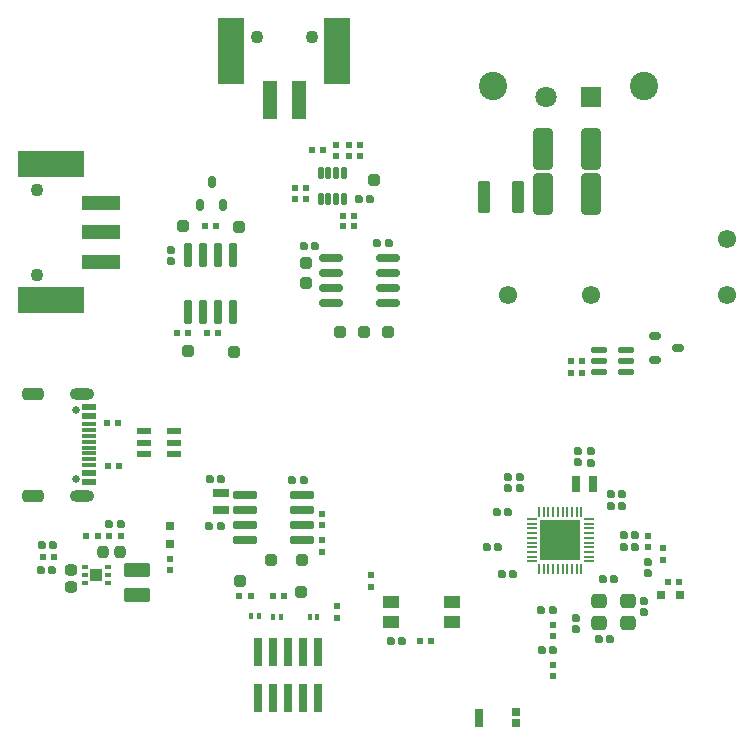
<source format=gbr>
%TF.GenerationSoftware,Altium Limited,Altium Designer,24.4.1 (13)*%
G04 Layer_Color=255*
%FSLAX45Y45*%
%MOMM*%
%TF.SameCoordinates,BD841E63-566E-43FA-B15A-678BD665FBE9*%
%TF.FilePolarity,Positive*%
%TF.FileFunction,Pads,Top*%
%TF.Part,Single*%
G01*
G75*
%TA.AperFunction,SMDPad,CuDef*%
G04:AMPARAMS|DCode=11|XSize=0.56mm|YSize=0.32mm|CornerRadius=0.08mm|HoleSize=0mm|Usage=FLASHONLY|Rotation=0.000|XOffset=0mm|YOffset=0mm|HoleType=Round|Shape=RoundedRectangle|*
%AMROUNDEDRECTD11*
21,1,0.56000,0.16000,0,0,0.0*
21,1,0.40000,0.32000,0,0,0.0*
1,1,0.16000,0.20000,-0.08000*
1,1,0.16000,-0.20000,-0.08000*
1,1,0.16000,-0.20000,0.08000*
1,1,0.16000,0.20000,0.08000*
%
%ADD11ROUNDEDRECTD11*%
%TA.AperFunction,SMDPad,SMDef*%
%ADD12R,1.00000X1.00000*%
%TA.AperFunction,SMDPad,CuDef*%
%ADD13R,0.80000X0.80000*%
%ADD14R,0.80000X0.80000*%
%ADD15O,0.20000X0.85000*%
%ADD16O,0.85000X0.20000*%
%ADD17R,3.50000X3.50000*%
G04:AMPARAMS|DCode=18|XSize=0.58mm|YSize=0.58mm|CornerRadius=0.1508mm|HoleSize=0mm|Usage=FLASHONLY|Rotation=0.000|XOffset=0mm|YOffset=0mm|HoleType=Round|Shape=RoundedRectangle|*
%AMROUNDEDRECTD18*
21,1,0.58000,0.27840,0,0,0.0*
21,1,0.27840,0.58000,0,0,0.0*
1,1,0.30160,0.13920,-0.13920*
1,1,0.30160,-0.13920,-0.13920*
1,1,0.30160,-0.13920,0.13920*
1,1,0.30160,0.13920,0.13920*
%
%ADD18ROUNDEDRECTD18*%
G04:AMPARAMS|DCode=19|XSize=1.21mm|YSize=0.59mm|CornerRadius=0.07375mm|HoleSize=0mm|Usage=FLASHONLY|Rotation=0.000|XOffset=0mm|YOffset=0mm|HoleType=Round|Shape=RoundedRectangle|*
%AMROUNDEDRECTD19*
21,1,1.21000,0.44250,0,0,0.0*
21,1,1.06250,0.59000,0,0,0.0*
1,1,0.14750,0.53125,-0.22125*
1,1,0.14750,-0.53125,-0.22125*
1,1,0.14750,-0.53125,0.22125*
1,1,0.14750,0.53125,0.22125*
%
%ADD19ROUNDEDRECTD19*%
%TA.AperFunction,ConnectorPad*%
%ADD20R,5.60000X2.20000*%
%ADD21R,3.20000X1.20000*%
%ADD22R,1.20000X3.20000*%
%ADD23R,2.20000X5.60000*%
%TA.AperFunction,SMDPad,CuDef*%
G04:AMPARAMS|DCode=24|XSize=0.75mm|YSize=1.4mm|CornerRadius=0.1875mm|HoleSize=0mm|Usage=FLASHONLY|Rotation=180.000|XOffset=0mm|YOffset=0mm|HoleType=Round|Shape=RoundedRectangle|*
%AMROUNDEDRECTD24*
21,1,0.75000,1.02500,0,0,180.0*
21,1,0.37500,1.40000,0,0,180.0*
1,1,0.37500,-0.18750,0.51250*
1,1,0.37500,0.18750,0.51250*
1,1,0.37500,0.18750,-0.51250*
1,1,0.37500,-0.18750,-0.51250*
%
%ADD24ROUNDEDRECTD24*%
G04:AMPARAMS|DCode=25|XSize=0.75mm|YSize=1.4mm|CornerRadius=0.1875mm|HoleSize=0mm|Usage=FLASHONLY|Rotation=90.000|XOffset=0mm|YOffset=0mm|HoleType=Round|Shape=RoundedRectangle|*
%AMROUNDEDRECTD25*
21,1,0.75000,1.02500,0,0,90.0*
21,1,0.37500,1.40000,0,0,90.0*
1,1,0.37500,0.51250,0.18750*
1,1,0.37500,0.51250,-0.18750*
1,1,0.37500,-0.51250,-0.18750*
1,1,0.37500,-0.51250,0.18750*
%
%ADD25ROUNDEDRECTD25*%
%TA.AperFunction,ConnectorPad*%
%ADD26R,1.15000X0.60000*%
%ADD27R,1.15000X0.30000*%
%TA.AperFunction,SMDPad,CuDef*%
%ADD28R,0.35000X0.60000*%
G04:AMPARAMS|DCode=29|XSize=1.07mm|YSize=2.77mm|CornerRadius=0.25145mm|HoleSize=0mm|Usage=FLASHONLY|Rotation=180.000|XOffset=0mm|YOffset=0mm|HoleType=Round|Shape=RoundedRectangle|*
%AMROUNDEDRECTD29*
21,1,1.07000,2.26710,0,0,180.0*
21,1,0.56710,2.77000,0,0,180.0*
1,1,0.50290,-0.28355,1.13355*
1,1,0.50290,0.28355,1.13355*
1,1,0.50290,0.28355,-1.13355*
1,1,0.50290,-0.28355,-1.13355*
%
%ADD29ROUNDEDRECTD29*%
G04:AMPARAMS|DCode=30|XSize=1.05mm|YSize=2.77mm|CornerRadius=0.252mm|HoleSize=0mm|Usage=FLASHONLY|Rotation=0.000|XOffset=0mm|YOffset=0mm|HoleType=Round|Shape=RoundedRectangle|*
%AMROUNDEDRECTD30*
21,1,1.05000,2.26600,0,0,0.0*
21,1,0.54600,2.77000,0,0,0.0*
1,1,0.50400,0.27300,-1.13300*
1,1,0.50400,-0.27300,-1.13300*
1,1,0.50400,-0.27300,1.13300*
1,1,0.50400,0.27300,1.13300*
%
%ADD30ROUNDEDRECTD30*%
G04:AMPARAMS|DCode=31|XSize=0.58mm|YSize=0.58mm|CornerRadius=0.1305mm|HoleSize=0mm|Usage=FLASHONLY|Rotation=180.000|XOffset=0mm|YOffset=0mm|HoleType=Round|Shape=RoundedRectangle|*
%AMROUNDEDRECTD31*
21,1,0.58000,0.31900,0,0,180.0*
21,1,0.31900,0.58000,0,0,180.0*
1,1,0.26100,-0.15950,0.15950*
1,1,0.26100,0.15950,0.15950*
1,1,0.26100,0.15950,-0.15950*
1,1,0.26100,-0.15950,-0.15950*
%
%ADD31ROUNDEDRECTD31*%
G04:AMPARAMS|DCode=32|XSize=0.58mm|YSize=0.58mm|CornerRadius=0.1305mm|HoleSize=0mm|Usage=FLASHONLY|Rotation=90.000|XOffset=0mm|YOffset=0mm|HoleType=Round|Shape=RoundedRectangle|*
%AMROUNDEDRECTD32*
21,1,0.58000,0.31900,0,0,90.0*
21,1,0.31900,0.58000,0,0,90.0*
1,1,0.26100,0.15950,0.15950*
1,1,0.26100,0.15950,-0.15950*
1,1,0.26100,-0.15950,-0.15950*
1,1,0.26100,-0.15950,0.15950*
%
%ADD32ROUNDEDRECTD32*%
G04:AMPARAMS|DCode=33|XSize=0.58mm|YSize=0.58mm|CornerRadius=0.1508mm|HoleSize=0mm|Usage=FLASHONLY|Rotation=270.000|XOffset=0mm|YOffset=0mm|HoleType=Round|Shape=RoundedRectangle|*
%AMROUNDEDRECTD33*
21,1,0.58000,0.27840,0,0,270.0*
21,1,0.27840,0.58000,0,0,270.0*
1,1,0.30160,-0.13920,-0.13920*
1,1,0.30160,-0.13920,0.13920*
1,1,0.30160,0.13920,0.13920*
1,1,0.30160,0.13920,-0.13920*
%
%ADD33ROUNDEDRECTD33*%
G04:AMPARAMS|DCode=34|XSize=1.19mm|YSize=2.22mm|CornerRadius=0.2499mm|HoleSize=0mm|Usage=FLASHONLY|Rotation=90.000|XOffset=0mm|YOffset=0mm|HoleType=Round|Shape=RoundedRectangle|*
%AMROUNDEDRECTD34*
21,1,1.19000,1.72020,0,0,90.0*
21,1,0.69020,2.22000,0,0,90.0*
1,1,0.49980,0.86010,0.34510*
1,1,0.49980,0.86010,-0.34510*
1,1,0.49980,-0.86010,-0.34510*
1,1,0.49980,-0.86010,0.34510*
%
%ADD34ROUNDEDRECTD34*%
G04:AMPARAMS|DCode=35|XSize=1.62mm|YSize=3.51mm|CornerRadius=0.2511mm|HoleSize=0mm|Usage=FLASHONLY|Rotation=0.000|XOffset=0mm|YOffset=0mm|HoleType=Round|Shape=RoundedRectangle|*
%AMROUNDEDRECTD35*
21,1,1.62000,3.00780,0,0,0.0*
21,1,1.11780,3.51000,0,0,0.0*
1,1,0.50220,0.55890,-1.50390*
1,1,0.50220,-0.55890,-1.50390*
1,1,0.50220,-0.55890,1.50390*
1,1,0.50220,0.55890,1.50390*
%
%ADD35ROUNDEDRECTD35*%
G04:AMPARAMS|DCode=36|XSize=0.95mm|YSize=1.02mm|CornerRadius=0.24225mm|HoleSize=0mm|Usage=FLASHONLY|Rotation=270.000|XOffset=0mm|YOffset=0mm|HoleType=Round|Shape=RoundedRectangle|*
%AMROUNDEDRECTD36*
21,1,0.95000,0.53550,0,0,270.0*
21,1,0.46550,1.02000,0,0,270.0*
1,1,0.48450,-0.26775,-0.23275*
1,1,0.48450,-0.26775,0.23275*
1,1,0.48450,0.26775,0.23275*
1,1,0.48450,0.26775,-0.23275*
%
%ADD36ROUNDEDRECTD36*%
G04:AMPARAMS|DCode=37|XSize=0.95mm|YSize=1.02mm|CornerRadius=0.24225mm|HoleSize=0mm|Usage=FLASHONLY|Rotation=180.000|XOffset=0mm|YOffset=0mm|HoleType=Round|Shape=RoundedRectangle|*
%AMROUNDEDRECTD37*
21,1,0.95000,0.53550,0,0,180.0*
21,1,0.46550,1.02000,0,0,180.0*
1,1,0.48450,-0.23275,0.26775*
1,1,0.48450,0.23275,0.26775*
1,1,0.48450,0.23275,-0.26775*
1,1,0.48450,-0.23275,-0.26775*
%
%ADD37ROUNDEDRECTD37*%
G04:AMPARAMS|DCode=38|XSize=0.66mm|YSize=0.7mm|CornerRadius=0.1716mm|HoleSize=0mm|Usage=FLASHONLY|Rotation=90.000|XOffset=0mm|YOffset=0mm|HoleType=Round|Shape=RoundedRectangle|*
%AMROUNDEDRECTD38*
21,1,0.66000,0.35680,0,0,90.0*
21,1,0.31680,0.70000,0,0,90.0*
1,1,0.34320,0.17840,0.15840*
1,1,0.34320,0.17840,-0.15840*
1,1,0.34320,-0.17840,-0.15840*
1,1,0.34320,-0.17840,0.15840*
%
%ADD38ROUNDEDRECTD38*%
G04:AMPARAMS|DCode=39|XSize=0.66mm|YSize=0.7mm|CornerRadius=0.1716mm|HoleSize=0mm|Usage=FLASHONLY|Rotation=180.000|XOffset=0mm|YOffset=0mm|HoleType=Round|Shape=RoundedRectangle|*
%AMROUNDEDRECTD39*
21,1,0.66000,0.35680,0,0,180.0*
21,1,0.31680,0.70000,0,0,180.0*
1,1,0.34320,-0.15840,0.17840*
1,1,0.34320,0.15840,0.17840*
1,1,0.34320,0.15840,-0.17840*
1,1,0.34320,-0.15840,-0.17840*
%
%ADD39ROUNDEDRECTD39*%
G04:AMPARAMS|DCode=40|XSize=1mm|YSize=1mm|CornerRadius=0.25mm|HoleSize=0mm|Usage=FLASHONLY|Rotation=270.000|XOffset=0mm|YOffset=0mm|HoleType=Round|Shape=RoundedRectangle|*
%AMROUNDEDRECTD40*
21,1,1.00000,0.50000,0,0,270.0*
21,1,0.50000,1.00000,0,0,270.0*
1,1,0.50000,-0.25000,-0.25000*
1,1,0.50000,-0.25000,0.25000*
1,1,0.50000,0.25000,0.25000*
1,1,0.50000,0.25000,-0.25000*
%
%ADD40ROUNDEDRECTD40*%
G04:AMPARAMS|DCode=41|XSize=1mm|YSize=1mm|CornerRadius=0.25mm|HoleSize=0mm|Usage=FLASHONLY|Rotation=0.000|XOffset=0mm|YOffset=0mm|HoleType=Round|Shape=RoundedRectangle|*
%AMROUNDEDRECTD41*
21,1,1.00000,0.50000,0,0,0.0*
21,1,0.50000,1.00000,0,0,0.0*
1,1,0.50000,0.25000,-0.25000*
1,1,0.50000,-0.25000,-0.25000*
1,1,0.50000,-0.25000,0.25000*
1,1,0.50000,0.25000,0.25000*
%
%ADD41ROUNDEDRECTD41*%
G04:AMPARAMS|DCode=42|XSize=1.19mm|YSize=1.29mm|CornerRadius=0.2499mm|HoleSize=0mm|Usage=FLASHONLY|Rotation=90.000|XOffset=0mm|YOffset=0mm|HoleType=Round|Shape=RoundedRectangle|*
%AMROUNDEDRECTD42*
21,1,1.19000,0.79020,0,0,90.0*
21,1,0.69020,1.29000,0,0,90.0*
1,1,0.49980,0.39510,0.34510*
1,1,0.49980,0.39510,-0.34510*
1,1,0.49980,-0.39510,-0.34510*
1,1,0.49980,-0.39510,0.34510*
%
%ADD42ROUNDEDRECTD42*%
%ADD43R,0.76000X2.40000*%
G04:AMPARAMS|DCode=44|XSize=1.02mm|YSize=0.46mm|CornerRadius=0.1196mm|HoleSize=0mm|Usage=FLASHONLY|Rotation=270.000|XOffset=0mm|YOffset=0mm|HoleType=Round|Shape=RoundedRectangle|*
%AMROUNDEDRECTD44*
21,1,1.02000,0.22080,0,0,270.0*
21,1,0.78080,0.46000,0,0,270.0*
1,1,0.23920,-0.11040,-0.39040*
1,1,0.23920,-0.11040,0.39040*
1,1,0.23920,0.11040,0.39040*
1,1,0.23920,0.11040,-0.39040*
%
%ADD44ROUNDEDRECTD44*%
G04:AMPARAMS|DCode=45|XSize=1.03mm|YSize=0.6mm|CornerRadius=0.15mm|HoleSize=0mm|Usage=FLASHONLY|Rotation=270.000|XOffset=0mm|YOffset=0mm|HoleType=Round|Shape=RoundedRectangle|*
%AMROUNDEDRECTD45*
21,1,1.03000,0.30000,0,0,270.0*
21,1,0.73000,0.60000,0,0,270.0*
1,1,0.30000,-0.15000,-0.36500*
1,1,0.30000,-0.15000,0.36500*
1,1,0.30000,0.15000,0.36500*
1,1,0.30000,0.15000,-0.36500*
%
%ADD45ROUNDEDRECTD45*%
G04:AMPARAMS|DCode=46|XSize=1.03mm|YSize=0.6mm|CornerRadius=0.15mm|HoleSize=0mm|Usage=FLASHONLY|Rotation=180.000|XOffset=0mm|YOffset=0mm|HoleType=Round|Shape=RoundedRectangle|*
%AMROUNDEDRECTD46*
21,1,1.03000,0.30000,0,0,180.0*
21,1,0.73000,0.60000,0,0,180.0*
1,1,0.30000,-0.36500,0.15000*
1,1,0.30000,0.36500,0.15000*
1,1,0.30000,0.36500,-0.15000*
1,1,0.30000,-0.36500,-0.15000*
%
%ADD46ROUNDEDRECTD46*%
G04:AMPARAMS|DCode=47|XSize=1.29mm|YSize=0.59mm|CornerRadius=0.15045mm|HoleSize=0mm|Usage=FLASHONLY|Rotation=180.000|XOffset=0mm|YOffset=0mm|HoleType=Round|Shape=RoundedRectangle|*
%AMROUNDEDRECTD47*
21,1,1.29000,0.28910,0,0,180.0*
21,1,0.98910,0.59000,0,0,180.0*
1,1,0.30090,-0.49455,0.14455*
1,1,0.30090,0.49455,0.14455*
1,1,0.30090,0.49455,-0.14455*
1,1,0.30090,-0.49455,-0.14455*
%
%ADD47ROUNDEDRECTD47*%
%ADD48R,1.45000X1.00000*%
G04:AMPARAMS|DCode=49|XSize=2.07mm|YSize=0.63mm|CornerRadius=0.16065mm|HoleSize=0mm|Usage=FLASHONLY|Rotation=180.000|XOffset=0mm|YOffset=0mm|HoleType=Round|Shape=RoundedRectangle|*
%AMROUNDEDRECTD49*
21,1,2.07000,0.30870,0,0,180.0*
21,1,1.74870,0.63000,0,0,180.0*
1,1,0.32130,-0.87435,0.15435*
1,1,0.32130,0.87435,0.15435*
1,1,0.32130,0.87435,-0.15435*
1,1,0.32130,-0.87435,-0.15435*
%
%ADD49ROUNDEDRECTD49*%
G04:AMPARAMS|DCode=50|XSize=2.07mm|YSize=0.63mm|CornerRadius=0.16065mm|HoleSize=0mm|Usage=FLASHONLY|Rotation=270.000|XOffset=0mm|YOffset=0mm|HoleType=Round|Shape=RoundedRectangle|*
%AMROUNDEDRECTD50*
21,1,2.07000,0.30870,0,0,270.0*
21,1,1.74870,0.63000,0,0,270.0*
1,1,0.32130,-0.15435,-0.87435*
1,1,0.32130,-0.15435,0.87435*
1,1,0.32130,0.15435,0.87435*
1,1,0.32130,0.15435,-0.87435*
%
%ADD50ROUNDEDRECTD50*%
G04:AMPARAMS|DCode=51|XSize=2.01mm|YSize=0.66mm|CornerRadius=0.1716mm|HoleSize=0mm|Usage=FLASHONLY|Rotation=180.000|XOffset=0mm|YOffset=0mm|HoleType=Round|Shape=RoundedRectangle|*
%AMROUNDEDRECTD51*
21,1,2.01000,0.31680,0,0,180.0*
21,1,1.66680,0.66000,0,0,180.0*
1,1,0.34320,-0.83340,0.15840*
1,1,0.34320,0.83340,0.15840*
1,1,0.34320,0.83340,-0.15840*
1,1,0.34320,-0.83340,-0.15840*
%
%ADD51ROUNDEDRECTD51*%
%TA.AperFunction,ConnectorPad*%
%ADD52R,0.80000X1.60000*%
%ADD53R,0.80000X0.65000*%
%TA.AperFunction,ComponentPad*%
%ADD65C,1.80000*%
%ADD66R,1.80000X1.80000*%
%ADD67C,2.40000*%
%ADD68C,1.10000*%
G04:AMPARAMS|DCode=69|XSize=1.8mm|YSize=1mm|CornerRadius=0.25mm|HoleSize=0mm|Usage=FLASHONLY|Rotation=0.000|XOffset=0mm|YOffset=0mm|HoleType=Round|Shape=RoundedRectangle|*
%AMROUNDEDRECTD69*
21,1,1.80000,0.50000,0,0,0.0*
21,1,1.30000,1.00000,0,0,0.0*
1,1,0.50000,0.65000,-0.25000*
1,1,0.50000,-0.65000,-0.25000*
1,1,0.50000,-0.65000,0.25000*
1,1,0.50000,0.65000,0.25000*
%
%ADD69ROUNDEDRECTD69*%
%ADD70O,2.10000X1.00000*%
%ADD71C,0.65000*%
%ADD72C,1.54940*%
D11*
X3468980Y5412140D02*
D03*
Y5477140D02*
D03*
Y5542140D02*
D03*
X3272980D02*
D03*
Y5477140D02*
D03*
Y5412140D02*
D03*
D12*
X3370980Y5477140D02*
D03*
D13*
X8150000Y5310000D02*
D03*
X8310000D02*
D03*
D14*
X3995000Y5895000D02*
D03*
Y5735000D02*
D03*
D15*
X7478497Y6011382D02*
D03*
X7438497D02*
D03*
X7398497D02*
D03*
X7358497D02*
D03*
X7318497D02*
D03*
X7278497D02*
D03*
X7238497D02*
D03*
X7198497D02*
D03*
X7158497D02*
D03*
X7118497D02*
D03*
Y5531382D02*
D03*
X7158497D02*
D03*
X7198497D02*
D03*
X7238497D02*
D03*
X7278497D02*
D03*
X7318497D02*
D03*
X7358497D02*
D03*
X7398497D02*
D03*
X7438497D02*
D03*
X7478497D02*
D03*
D16*
X7058497Y5951382D02*
D03*
Y5911382D02*
D03*
Y5871382D02*
D03*
Y5831382D02*
D03*
Y5791382D02*
D03*
Y5751382D02*
D03*
Y5711382D02*
D03*
Y5671382D02*
D03*
Y5631382D02*
D03*
Y5591382D02*
D03*
X7538497D02*
D03*
Y5631382D02*
D03*
Y5671382D02*
D03*
Y5711382D02*
D03*
Y5751382D02*
D03*
Y5791382D02*
D03*
Y5831382D02*
D03*
Y5871382D02*
D03*
Y5911382D02*
D03*
Y5951382D02*
D03*
D17*
X7298497Y5771382D02*
D03*
D18*
X3011000Y5625000D02*
D03*
X2919000D02*
D03*
X7484999Y7287500D02*
D03*
Y7190000D02*
D03*
X5605000Y9120000D02*
D03*
X5605000Y9025000D02*
D03*
X5457500Y8427500D02*
D03*
X5555000Y8517500D02*
D03*
X5292500Y9075000D02*
D03*
X4050000Y7527500D02*
D03*
X4582500Y5295000D02*
D03*
X4387500Y8430000D02*
D03*
X4960001Y5294999D02*
D03*
X6107679Y4913580D02*
D03*
X4400000Y7527500D02*
D03*
X3576940Y5806060D02*
D03*
X3382500Y5805000D02*
D03*
X3457500Y6762500D02*
D03*
X3465800Y6400000D02*
D03*
X8307500Y5420000D02*
D03*
D19*
X4028500Y6692500D02*
D03*
Y6597500D02*
D03*
Y6502500D02*
D03*
X3777500D02*
D03*
Y6597500D02*
D03*
Y6692500D02*
D03*
D20*
X2987500Y8955000D02*
D03*
Y7805000D02*
D03*
D21*
X3407500Y8630000D02*
D03*
Y8380000D02*
D03*
Y8130000D02*
D03*
D22*
X4837500Y9495000D02*
D03*
X5087500D02*
D03*
D23*
X4512500Y9915000D02*
D03*
X5412500D02*
D03*
D24*
X7579537Y6245482D02*
D03*
X7434536D02*
D03*
D25*
X4428040Y6024660D02*
D03*
Y6169661D02*
D03*
D26*
X3310000Y6900500D02*
D03*
Y6260500D02*
D03*
Y6820500D02*
D03*
Y6340500D02*
D03*
D27*
Y6555500D02*
D03*
Y6605500D02*
D03*
Y6505500D02*
D03*
Y6455500D02*
D03*
Y6405500D02*
D03*
Y6655500D02*
D03*
Y6705500D02*
D03*
Y6755500D02*
D03*
D28*
X5242500Y5120000D02*
D03*
X5177500D02*
D03*
X4867500Y5122500D02*
D03*
X4932500D02*
D03*
X4680000Y5127500D02*
D03*
X4745000D02*
D03*
D29*
X6654500Y8677500D02*
D03*
D30*
X6941500D02*
D03*
D31*
X7388999Y7287500D02*
D03*
Y7190000D02*
D03*
X5509000Y9120000D02*
D03*
X5509001Y9025000D02*
D03*
X5553500Y8427500D02*
D03*
X5459000Y8517500D02*
D03*
X5196500Y9075000D02*
D03*
X4146000Y7527500D02*
D03*
X4678500Y5295000D02*
D03*
X4291500Y8430000D02*
D03*
X4864001Y5294999D02*
D03*
X6203679Y4913580D02*
D03*
X4304000Y7527500D02*
D03*
X3480940Y5806060D02*
D03*
X3286500Y5805000D02*
D03*
X3553500Y6762500D02*
D03*
X3561800Y6400000D02*
D03*
X8211500Y5420000D02*
D03*
D32*
X5400000Y9121000D02*
D03*
X5147221Y8659179D02*
D03*
X5055781Y8753719D02*
D03*
X5695000Y5379000D02*
D03*
X5285000Y5674000D02*
D03*
Y5993500D02*
D03*
X5410000Y5114000D02*
D03*
X3992500Y5519000D02*
D03*
X8165000Y5703500D02*
D03*
X8045116Y5807262D02*
D03*
X7237500Y5053500D02*
D03*
X7240000Y4716000D02*
D03*
D33*
X5400000Y9025000D02*
D03*
X5147221Y8755179D02*
D03*
X5055781Y8657719D02*
D03*
X5695000Y5475000D02*
D03*
X5285000Y5770000D02*
D03*
Y5897500D02*
D03*
X5410000Y5210000D02*
D03*
X3992500Y5615000D02*
D03*
X8165000Y5607500D02*
D03*
X8045116Y5711262D02*
D03*
X7237500Y4957500D02*
D03*
X7240000Y4620000D02*
D03*
D34*
X3712500Y5521500D02*
D03*
Y5308500D02*
D03*
D35*
X7558281Y8701341D02*
D03*
X7150280D02*
D03*
X7559000Y9080000D02*
D03*
X7151000D02*
D03*
D36*
X3152500Y5374200D02*
D03*
Y5521200D02*
D03*
D37*
X3424200Y5667500D02*
D03*
X3571200D02*
D03*
D38*
X8007500Y5257500D02*
D03*
Y5162500D02*
D03*
X7555222Y6523043D02*
D03*
Y6428043D02*
D03*
X7446002Y6525583D02*
D03*
Y6430583D02*
D03*
X7435000Y5112500D02*
D03*
Y5017500D02*
D03*
X8045000Y5590000D02*
D03*
Y5495000D02*
D03*
X6956657Y6307182D02*
D03*
Y6212182D02*
D03*
X6852517Y6307942D02*
D03*
Y6212942D02*
D03*
X4005000Y8132500D02*
D03*
Y8227500D02*
D03*
D39*
X7837596Y5710462D02*
D03*
X7932597D02*
D03*
X7837596Y5812062D02*
D03*
X7932597D02*
D03*
X7627522Y4934944D02*
D03*
X7722523D02*
D03*
X7820057Y6057522D02*
D03*
X7725057D02*
D03*
X7755000Y5440000D02*
D03*
X7660000D02*
D03*
X7820497Y6163262D02*
D03*
X7725497D02*
D03*
X7140000Y5177500D02*
D03*
X7235000D02*
D03*
X7142500Y4837500D02*
D03*
X7237500D02*
D03*
X6802500Y5485000D02*
D03*
X6897500D02*
D03*
X5222500Y8265000D02*
D03*
X5127500D02*
D03*
X5687500Y8657500D02*
D03*
X5592500D02*
D03*
X5750000Y8290000D02*
D03*
X5845000D02*
D03*
X6762500Y6012500D02*
D03*
X6857500D02*
D03*
X6680000Y5712500D02*
D03*
X6775000D02*
D03*
X5030780Y6285120D02*
D03*
X5125780D02*
D03*
X4330000Y6287500D02*
D03*
X4425000D02*
D03*
X4327500Y5887500D02*
D03*
X4422500D02*
D03*
X5961339Y4913580D02*
D03*
X5866339D02*
D03*
X3004880Y5730160D02*
D03*
X2909880D02*
D03*
X2904800Y5516800D02*
D03*
X2999800D02*
D03*
X3482500Y5905000D02*
D03*
X3577500D02*
D03*
D40*
X5722500Y8825000D02*
D03*
X4585000Y5425000D02*
D03*
X5105000Y5330000D02*
D03*
D41*
X5147500Y8120000D02*
D03*
X5430000Y7537500D02*
D03*
X5150000Y7947500D02*
D03*
X5637500Y7532500D02*
D03*
X5842500Y7535000D02*
D03*
X4145000Y7372500D02*
D03*
X4102500Y8430000D02*
D03*
X4852500Y5600000D02*
D03*
X5112500D02*
D03*
X4540000Y7365000D02*
D03*
X4580000Y8425000D02*
D03*
D42*
X7630222Y5254544D02*
D03*
X7872223D02*
D03*
Y5072544D02*
D03*
X7630222D02*
D03*
D43*
X4991000Y4822500D02*
D03*
Y4432500D02*
D03*
X5118000Y4822500D02*
D03*
X5245000D02*
D03*
X5118000Y4432500D02*
D03*
X5245000D02*
D03*
X4864000Y4822500D02*
D03*
X4737000D02*
D03*
Y4432500D02*
D03*
X4864000D02*
D03*
D44*
X5464880Y8658320D02*
D03*
X5399880D02*
D03*
X5334880D02*
D03*
X5269880D02*
D03*
Y8883320D02*
D03*
X5334880D02*
D03*
X5399880D02*
D03*
X5464880D02*
D03*
D45*
X4247500Y8607500D02*
D03*
X4447500D02*
D03*
X4347500Y8807500D02*
D03*
D46*
X8100000Y7497500D02*
D03*
Y7297500D02*
D03*
X8300000Y7397500D02*
D03*
D47*
X7625839Y7385240D02*
D03*
Y7290240D02*
D03*
Y7195240D02*
D03*
X7856839D02*
D03*
Y7290240D02*
D03*
Y7385240D02*
D03*
D48*
X5867159Y5077500D02*
D03*
Y5247501D02*
D03*
X6382159Y5077500D02*
D03*
Y5247501D02*
D03*
D49*
X4627500Y6150500D02*
D03*
Y6023500D02*
D03*
Y5896500D02*
D03*
Y5769500D02*
D03*
X5112500D02*
D03*
Y5896500D02*
D03*
Y6023500D02*
D03*
Y6150500D02*
D03*
D50*
X4147000Y7702500D02*
D03*
X4274000D02*
D03*
X4401000D02*
D03*
X4528000D02*
D03*
Y8187500D02*
D03*
X4401000D02*
D03*
X4274000D02*
D03*
X4147000D02*
D03*
D51*
X5360500Y8160000D02*
D03*
Y8033000D02*
D03*
Y7906000D02*
D03*
Y7779000D02*
D03*
X5842500D02*
D03*
Y7906000D02*
D03*
Y8033000D02*
D03*
Y8160000D02*
D03*
D52*
X6607500Y4267500D02*
D03*
D53*
X6927500Y4315000D02*
D03*
Y4220000D02*
D03*
D65*
X7179000Y9527500D02*
D03*
D66*
X7560000D02*
D03*
D67*
X8010000Y9617500D02*
D03*
X6729000D02*
D03*
D68*
X2872500Y8740000D02*
D03*
Y8020000D02*
D03*
X4727500Y10030000D02*
D03*
X5197500D02*
D03*
D69*
X2834500Y7012500D02*
D03*
Y6148500D02*
D03*
D70*
X3252500Y7012500D02*
D03*
Y6148500D02*
D03*
D71*
X3202500Y6291500D02*
D03*
Y6869500D02*
D03*
D72*
X6857484Y7850510D02*
D03*
X7558524D02*
D03*
X8709144D02*
D03*
Y8320410D02*
D03*
%TF.MD5,0b5ad5fb993b8ab9d24e8b619104b1dd*%
M02*

</source>
